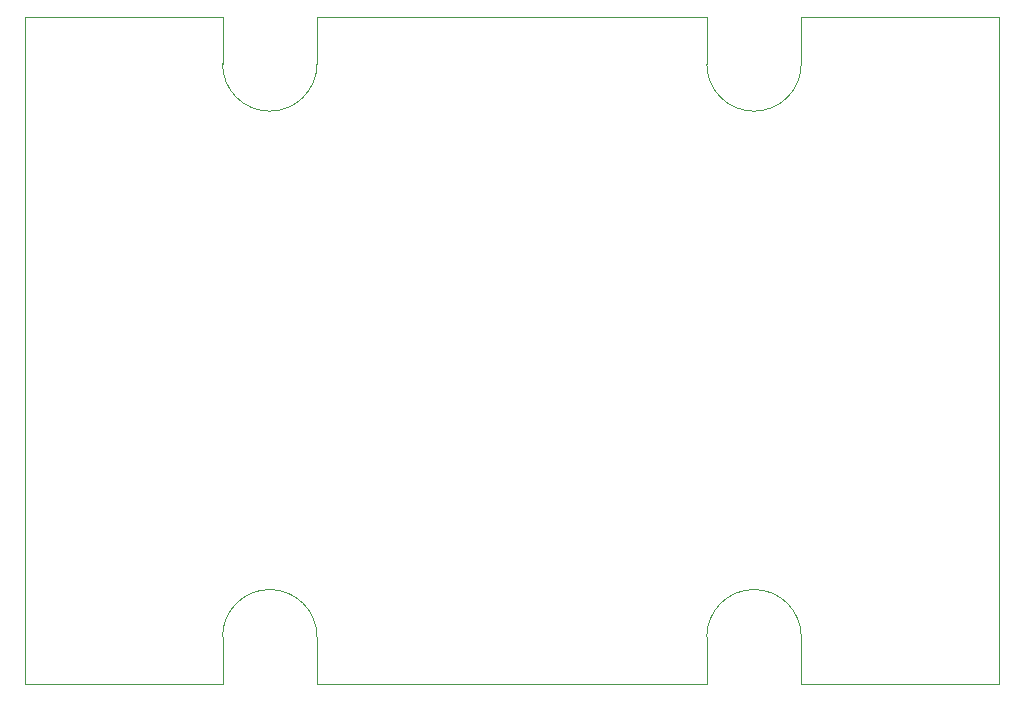
<source format=gko>
G04 #@! TF.GenerationSoftware,KiCad,Pcbnew,5.1.5-1.fc31*
G04 #@! TF.CreationDate,2020-04-27T21:51:01+02:00*
G04 #@! TF.ProjectId,vdsl-surge-protection-copy,7664736c-2d73-4757-9267-652d70726f74,rev?*
G04 #@! TF.SameCoordinates,Original*
G04 #@! TF.FileFunction,Profile,NP*
%FSLAX46Y46*%
G04 Gerber Fmt 4.6, Leading zero omitted, Abs format (unit mm)*
G04 Created by KiCad (PCBNEW 5.1.5-1.fc31) date 2020-04-27 21:51:01*
%MOMM*%
%LPD*%
G04 APERTURE LIST*
%ADD10C,0.050000*%
G04 APERTURE END LIST*
D10*
X61500000Y-123250000D02*
X44750000Y-123250000D01*
X102500000Y-123250000D02*
X69500000Y-123250000D01*
X110500000Y-123250000D02*
X127250000Y-123250000D01*
X110500000Y-66750000D02*
X127250000Y-66750000D01*
X102500000Y-66750000D02*
X69500000Y-66750000D01*
X61500000Y-123250000D02*
X61500000Y-119250000D01*
X65500000Y-115250000D02*
G75*
G02X69500000Y-119250000I0J-4000000D01*
G01*
X61500000Y-119250000D02*
G75*
G02X65500000Y-115250000I4000000J0D01*
G01*
X69500000Y-123250000D02*
X69500000Y-119250000D01*
X102500000Y-123250000D02*
X102500000Y-119250000D01*
X106500000Y-115250000D02*
G75*
G02X110500000Y-119250000I0J-4000000D01*
G01*
X102500000Y-119250000D02*
G75*
G02X106500000Y-115250000I4000000J0D01*
G01*
X110500000Y-123250000D02*
X110500000Y-119250000D01*
X110500000Y-70750000D02*
G75*
G02X106500000Y-74750000I-4000000J0D01*
G01*
X102500000Y-66750000D02*
X102500000Y-70750000D01*
X106500000Y-74750000D02*
G75*
G02X102500000Y-70750000I0J4000000D01*
G01*
X110500000Y-66750000D02*
X110500000Y-70750000D01*
X61500000Y-66750000D02*
X44750000Y-66750000D01*
X65500000Y-74750000D02*
G75*
G02X61500000Y-70750000I0J4000000D01*
G01*
X69500000Y-70750000D02*
G75*
G02X65500000Y-74750000I-4000000J0D01*
G01*
X69500000Y-66750000D02*
X69500000Y-70750000D01*
X61500000Y-66750000D02*
X61500000Y-70750000D01*
X127250000Y-66750000D02*
X127250000Y-123250000D01*
X44750000Y-66750000D02*
X44750000Y-123250000D01*
M02*

</source>
